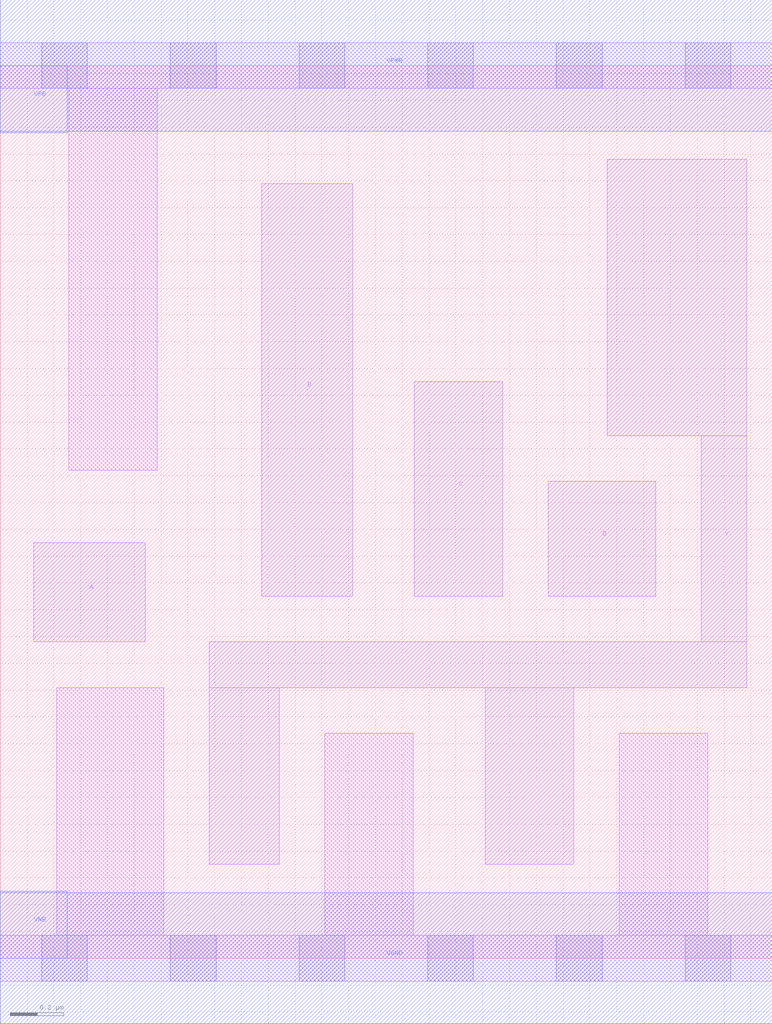
<source format=lef>
# Copyright 2020 The SkyWater PDK Authors
#
# Licensed under the Apache License, Version 2.0 (the "License");
# you may not use this file except in compliance with the License.
# You may obtain a copy of the License at
#
#     https://www.apache.org/licenses/LICENSE-2.0
#
# Unless required by applicable law or agreed to in writing, software
# distributed under the License is distributed on an "AS IS" BASIS,
# WITHOUT WARRANTIES OR CONDITIONS OF ANY KIND, either express or implied.
# See the License for the specific language governing permissions and
# limitations under the License.
#
# SPDX-License-Identifier: Apache-2.0

VERSION 5.5 ;
NAMESCASESENSITIVE ON ;
BUSBITCHARS "[]" ;
DIVIDERCHAR "/" ;
MACRO sky130_fd_sc_ms__nor4_1
  CLASS CORE ;
  SOURCE USER ;
  ORIGIN  0.000000  0.000000 ;
  SIZE  2.880000 BY  3.330000 ;
  SYMMETRY X Y ;
  SITE unit ;
  PIN A
    ANTENNAGATEAREA  0.279000 ;
    DIRECTION INPUT ;
    USE SIGNAL ;
    PORT
      LAYER li1 ;
        RECT 0.125000 1.180000 0.540000 1.550000 ;
    END
  END A
  PIN B
    ANTENNAGATEAREA  0.279000 ;
    DIRECTION INPUT ;
    USE SIGNAL ;
    PORT
      LAYER li1 ;
        RECT 0.975000 1.350000 1.315000 2.890000 ;
    END
  END B
  PIN C
    ANTENNAGATEAREA  0.279000 ;
    DIRECTION INPUT ;
    USE SIGNAL ;
    PORT
      LAYER li1 ;
        RECT 1.545000 1.350000 1.875000 2.150000 ;
    END
  END C
  PIN D
    ANTENNAGATEAREA  0.279000 ;
    DIRECTION INPUT ;
    USE SIGNAL ;
    PORT
      LAYER li1 ;
        RECT 2.045000 1.350000 2.445000 1.780000 ;
    END
  END D
  PIN Y
    ANTENNADIFFAREA  0.744800 ;
    DIRECTION OUTPUT ;
    USE SIGNAL ;
    PORT
      LAYER li1 ;
        RECT 0.780000 0.350000 1.040000 1.010000 ;
        RECT 0.780000 1.010000 2.785000 1.180000 ;
        RECT 1.810000 0.350000 2.140000 1.010000 ;
        RECT 2.265000 1.950000 2.785000 2.980000 ;
        RECT 2.615000 1.180000 2.785000 1.950000 ;
    END
  END Y
  PIN VGND
    DIRECTION INOUT ;
    USE GROUND ;
    PORT
      LAYER met1 ;
        RECT 0.000000 -0.245000 2.880000 0.245000 ;
    END
  END VGND
  PIN VNB
    DIRECTION INOUT ;
    USE GROUND ;
    PORT
      LAYER met1 ;
        RECT 0.000000 0.000000 0.250000 0.250000 ;
    END
  END VNB
  PIN VPB
    DIRECTION INOUT ;
    USE POWER ;
    PORT
      LAYER met1 ;
        RECT 0.000000 3.080000 0.250000 3.330000 ;
    END
  END VPB
  PIN VPWR
    DIRECTION INOUT ;
    USE POWER ;
    PORT
      LAYER met1 ;
        RECT 0.000000 3.085000 2.880000 3.575000 ;
    END
  END VPWR
  OBS
    LAYER li1 ;
      RECT 0.000000 -0.085000 2.880000 0.085000 ;
      RECT 0.000000  3.245000 2.880000 3.415000 ;
      RECT 0.210000  0.085000 0.610000 1.010000 ;
      RECT 0.255000  1.820000 0.585000 3.245000 ;
      RECT 1.210000  0.085000 1.540000 0.840000 ;
      RECT 2.310000  0.085000 2.640000 0.840000 ;
    LAYER mcon ;
      RECT 0.155000 -0.085000 0.325000 0.085000 ;
      RECT 0.155000  3.245000 0.325000 3.415000 ;
      RECT 0.635000 -0.085000 0.805000 0.085000 ;
      RECT 0.635000  3.245000 0.805000 3.415000 ;
      RECT 1.115000 -0.085000 1.285000 0.085000 ;
      RECT 1.115000  3.245000 1.285000 3.415000 ;
      RECT 1.595000 -0.085000 1.765000 0.085000 ;
      RECT 1.595000  3.245000 1.765000 3.415000 ;
      RECT 2.075000 -0.085000 2.245000 0.085000 ;
      RECT 2.075000  3.245000 2.245000 3.415000 ;
      RECT 2.555000 -0.085000 2.725000 0.085000 ;
      RECT 2.555000  3.245000 2.725000 3.415000 ;
  END
END sky130_fd_sc_ms__nor4_1
END LIBRARY

</source>
